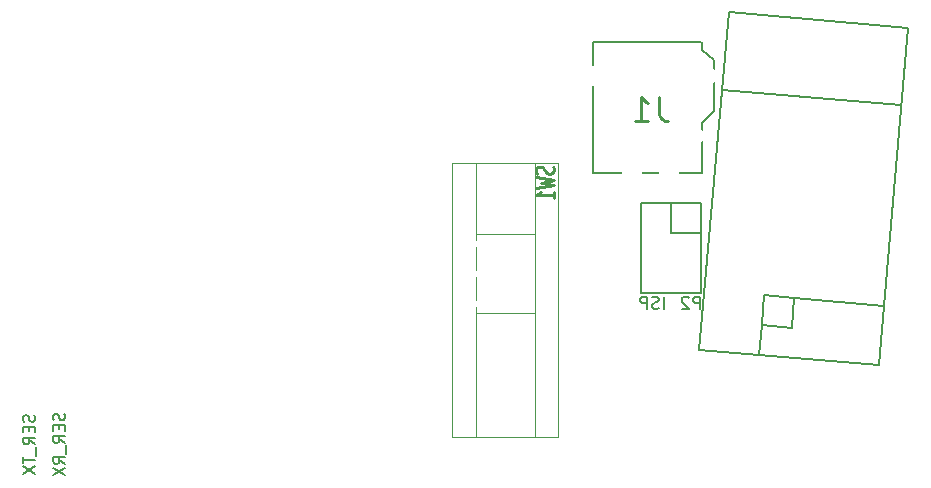
<source format=gbo>
%FSLAX46Y46*%
G04 Gerber Fmt 4.6, Leading zero omitted, Abs format (unit mm)*
G04 Created by KiCad (PCBNEW (2014-10-27 BZR 5228)-product) date 1/30/2015 1:36:16 PM*
%MOMM*%
G01*
G04 APERTURE LIST*
%ADD10C,0.100000*%
%ADD11C,0.150000*%
%ADD12C,0.099060*%
%ADD13C,0.248920*%
%ADD14C,0.254000*%
%ADD15C,1.727200*%
%ADD16C,1.727200*%
%ADD17R,1.727200X1.727200*%
%ADD18O,1.727200X1.727200*%
%ADD19O,1.506220X3.014980*%
%ADD20O,1.981200X1.501140*%
%ADD21C,1.998980*%
%ADD22C,1.800000*%
%ADD23C,1.778000*%
%ADD24C,0.990600*%
G04 APERTURE END LIST*
D10*
D11*
X83981261Y-4327175D02*
X68799254Y-2998922D01*
X66873286Y-25012832D02*
X69374830Y3579948D01*
X69374830Y3579948D02*
X84556838Y2251695D01*
X84556838Y2251695D02*
X82498045Y-21280417D01*
X71933955Y-25455583D02*
X66873286Y-25012832D01*
X74907041Y-20616290D02*
X82498045Y-21280417D01*
X82498045Y-21280417D02*
X82055293Y-26341086D01*
X82055293Y-26341086D02*
X71933955Y-25455583D01*
X71933955Y-25455583D02*
X72155331Y-22925249D01*
X72376707Y-20394914D02*
X74907041Y-20616290D01*
X72155331Y-22925249D02*
X74685665Y-23146624D01*
X74685665Y-23146624D02*
X74907041Y-20616290D01*
X72376707Y-20394914D02*
X72155331Y-22925249D01*
X64452500Y-12573000D02*
X64452500Y-15113000D01*
X64452500Y-15113000D02*
X66992500Y-15113000D01*
X66992500Y-12573000D02*
X66992500Y-20193000D01*
X66992500Y-20193000D02*
X61912500Y-20193000D01*
X61912500Y-20193000D02*
X61912500Y-15113000D01*
X66992500Y-12573000D02*
X64452500Y-12573000D01*
X61912500Y-12573000D02*
X64452500Y-12573000D01*
X61912500Y-15113000D02*
X61912500Y-12573000D01*
D12*
X52918360Y-21904960D02*
X47919640Y-21904960D01*
X52918360Y-15204440D02*
X47919640Y-15204440D01*
X47919640Y-32405320D02*
X47919640Y-9204960D01*
X52918360Y-32405320D02*
X52918360Y-9204960D01*
X45918120Y-32405320D02*
X54919880Y-32405320D01*
X54919880Y-9204960D02*
X54919880Y-32405320D01*
X45918120Y-9204960D02*
X45918120Y-32405320D01*
X54919880Y-9204960D02*
X45918120Y-9204960D01*
D11*
X67056000Y-5842000D02*
X67056000Y-10033000D01*
X67056000Y1016000D02*
X67056000Y381000D01*
X67056000Y-5842000D02*
X68072000Y-4826000D01*
X68072000Y-4826000D02*
X68072000Y-508000D01*
X68072000Y-508000D02*
X67056000Y381000D01*
X57835800Y-10083800D02*
X67030600Y-10083800D01*
X57835800Y1016000D02*
X57835800Y-10083800D01*
X57835800Y1016000D02*
X62738000Y1016000D01*
X62738000Y1016000D02*
X67030600Y1016000D01*
X66905095Y-21534381D02*
X66905095Y-20534381D01*
X66524142Y-20534381D01*
X66428904Y-20582000D01*
X66381285Y-20629619D01*
X66333666Y-20724857D01*
X66333666Y-20867714D01*
X66381285Y-20962952D01*
X66428904Y-21010571D01*
X66524142Y-21058190D01*
X66905095Y-21058190D01*
X65952714Y-20629619D02*
X65905095Y-20582000D01*
X65809857Y-20534381D01*
X65571761Y-20534381D01*
X65476523Y-20582000D01*
X65428904Y-20629619D01*
X65381285Y-20724857D01*
X65381285Y-20820095D01*
X65428904Y-20962952D01*
X66000333Y-21534381D01*
X65381285Y-21534381D01*
X63841190Y-21534381D02*
X63841190Y-20534381D01*
X63412619Y-21486762D02*
X63269762Y-21534381D01*
X63031666Y-21534381D01*
X62936428Y-21486762D01*
X62888809Y-21439143D01*
X62841190Y-21343905D01*
X62841190Y-21248667D01*
X62888809Y-21153429D01*
X62936428Y-21105810D01*
X63031666Y-21058190D01*
X63222143Y-21010571D01*
X63317381Y-20962952D01*
X63365000Y-20915333D01*
X63412619Y-20820095D01*
X63412619Y-20724857D01*
X63365000Y-20629619D01*
X63317381Y-20582000D01*
X63222143Y-20534381D01*
X62984047Y-20534381D01*
X62841190Y-20582000D01*
X62412619Y-21534381D02*
X62412619Y-20534381D01*
X62031666Y-20534381D01*
X61936428Y-20582000D01*
X61888809Y-20629619D01*
X61841190Y-20724857D01*
X61841190Y-20867714D01*
X61888809Y-20962952D01*
X61936428Y-21010571D01*
X62031666Y-21058190D01*
X62412619Y-21058190D01*
D13*
X54464857Y-9524153D02*
X54537429Y-9667119D01*
X54537429Y-9905395D01*
X54464857Y-10000705D01*
X54392286Y-10048361D01*
X54247143Y-10096016D01*
X54102000Y-10096016D01*
X53956857Y-10048361D01*
X53884286Y-10000705D01*
X53811714Y-9905395D01*
X53739143Y-9714774D01*
X53666571Y-9619463D01*
X53594000Y-9571808D01*
X53448857Y-9524153D01*
X53303714Y-9524153D01*
X53158571Y-9571808D01*
X53086000Y-9619463D01*
X53013429Y-9714774D01*
X53013429Y-9953050D01*
X53086000Y-10096016D01*
X53013429Y-10429603D02*
X54537429Y-10667879D01*
X53448857Y-10858500D01*
X54537429Y-11049121D01*
X53013429Y-11287397D01*
X54537429Y-12192847D02*
X54537429Y-11620984D01*
X54537429Y-11906915D02*
X53013429Y-11906915D01*
X53231143Y-11811605D01*
X53376286Y-11716294D01*
X53448857Y-11620984D01*
D11*
X13104762Y-30424762D02*
X13152381Y-30567619D01*
X13152381Y-30805715D01*
X13104762Y-30900953D01*
X13057143Y-30948572D01*
X12961905Y-30996191D01*
X12866667Y-30996191D01*
X12771429Y-30948572D01*
X12723810Y-30900953D01*
X12676190Y-30805715D01*
X12628571Y-30615238D01*
X12580952Y-30520000D01*
X12533333Y-30472381D01*
X12438095Y-30424762D01*
X12342857Y-30424762D01*
X12247619Y-30472381D01*
X12200000Y-30520000D01*
X12152381Y-30615238D01*
X12152381Y-30853334D01*
X12200000Y-30996191D01*
X12628571Y-31424762D02*
X12628571Y-31758096D01*
X13152381Y-31900953D02*
X13152381Y-31424762D01*
X12152381Y-31424762D01*
X12152381Y-31900953D01*
X13152381Y-32900953D02*
X12676190Y-32567619D01*
X13152381Y-32329524D02*
X12152381Y-32329524D01*
X12152381Y-32710477D01*
X12200000Y-32805715D01*
X12247619Y-32853334D01*
X12342857Y-32900953D01*
X12485714Y-32900953D01*
X12580952Y-32853334D01*
X12628571Y-32805715D01*
X12676190Y-32710477D01*
X12676190Y-32329524D01*
X13247619Y-33091429D02*
X13247619Y-33853334D01*
X13152381Y-34662858D02*
X12676190Y-34329524D01*
X13152381Y-34091429D02*
X12152381Y-34091429D01*
X12152381Y-34472382D01*
X12200000Y-34567620D01*
X12247619Y-34615239D01*
X12342857Y-34662858D01*
X12485714Y-34662858D01*
X12580952Y-34615239D01*
X12628571Y-34567620D01*
X12676190Y-34472382D01*
X12676190Y-34091429D01*
X12152381Y-34996191D02*
X13152381Y-35662858D01*
X12152381Y-35662858D02*
X13152381Y-34996191D01*
X10564762Y-30543809D02*
X10612381Y-30686666D01*
X10612381Y-30924762D01*
X10564762Y-31020000D01*
X10517143Y-31067619D01*
X10421905Y-31115238D01*
X10326667Y-31115238D01*
X10231429Y-31067619D01*
X10183810Y-31020000D01*
X10136190Y-30924762D01*
X10088571Y-30734285D01*
X10040952Y-30639047D01*
X9993333Y-30591428D01*
X9898095Y-30543809D01*
X9802857Y-30543809D01*
X9707619Y-30591428D01*
X9660000Y-30639047D01*
X9612381Y-30734285D01*
X9612381Y-30972381D01*
X9660000Y-31115238D01*
X10088571Y-31543809D02*
X10088571Y-31877143D01*
X10612381Y-32020000D02*
X10612381Y-31543809D01*
X9612381Y-31543809D01*
X9612381Y-32020000D01*
X10612381Y-33020000D02*
X10136190Y-32686666D01*
X10612381Y-32448571D02*
X9612381Y-32448571D01*
X9612381Y-32829524D01*
X9660000Y-32924762D01*
X9707619Y-32972381D01*
X9802857Y-33020000D01*
X9945714Y-33020000D01*
X10040952Y-32972381D01*
X10088571Y-32924762D01*
X10136190Y-32829524D01*
X10136190Y-32448571D01*
X10707619Y-33210476D02*
X10707619Y-33972381D01*
X9612381Y-34067619D02*
X9612381Y-34639048D01*
X10612381Y-34353333D02*
X9612381Y-34353333D01*
X9612381Y-34877143D02*
X10612381Y-35543810D01*
X9612381Y-35543810D02*
X10612381Y-34877143D01*
D14*
X63415333Y-3586238D02*
X63415333Y-5037667D01*
X63512095Y-5327952D01*
X63705619Y-5521476D01*
X63995904Y-5618238D01*
X64189428Y-5618238D01*
X61383334Y-5618238D02*
X62544476Y-5618238D01*
X61963905Y-5618238D02*
X61963905Y-3586238D01*
X62157429Y-3876524D01*
X62350953Y-4070048D01*
X62544476Y-4166810D01*
%LPC*%
D15*
X73531186Y-21770769D03*
D16*
X73309810Y-24301104D02*
X73309810Y-24301104D01*
X76061521Y-21992145D02*
X76061521Y-21992145D01*
X75840145Y-24522479D02*
X75840145Y-24522479D01*
X78591855Y-22213521D02*
X78591855Y-22213521D01*
X78370479Y-24743855D02*
X78370479Y-24743855D01*
X81122190Y-22434896D02*
X81122190Y-22434896D01*
X80900814Y-24965231D02*
X80900814Y-24965231D01*
D17*
X65722500Y-13843000D03*
D18*
X63182500Y-13843000D03*
X65722500Y-16383000D03*
X63182500Y-16383000D03*
X65722500Y-18923000D03*
X63182500Y-18923000D03*
D19*
X44767500Y-18923000D03*
X42227500Y-18923000D03*
D20*
X48917860Y-16106140D03*
X51920140Y-16106140D03*
X51920140Y-18605500D03*
X48917860Y-18605500D03*
X51920140Y-21104860D03*
X48917860Y-21104860D03*
X49149000Y-12405360D03*
X51689000Y-12405360D03*
D21*
X7429500Y-13525500D03*
X26606500Y-7366000D03*
X98742500Y-7493000D03*
X117665500Y-14414500D03*
D22*
X12700000Y-37084000D03*
X10160000Y-37084000D03*
D23*
X57937400Y-1879600D03*
X67437000Y-1879600D03*
X61137800Y-9982200D03*
X64338200Y-9982200D03*
X66344800Y-6883400D03*
D24*
X62738000Y-1879600D03*
X62738000Y-6883400D03*
M02*

</source>
